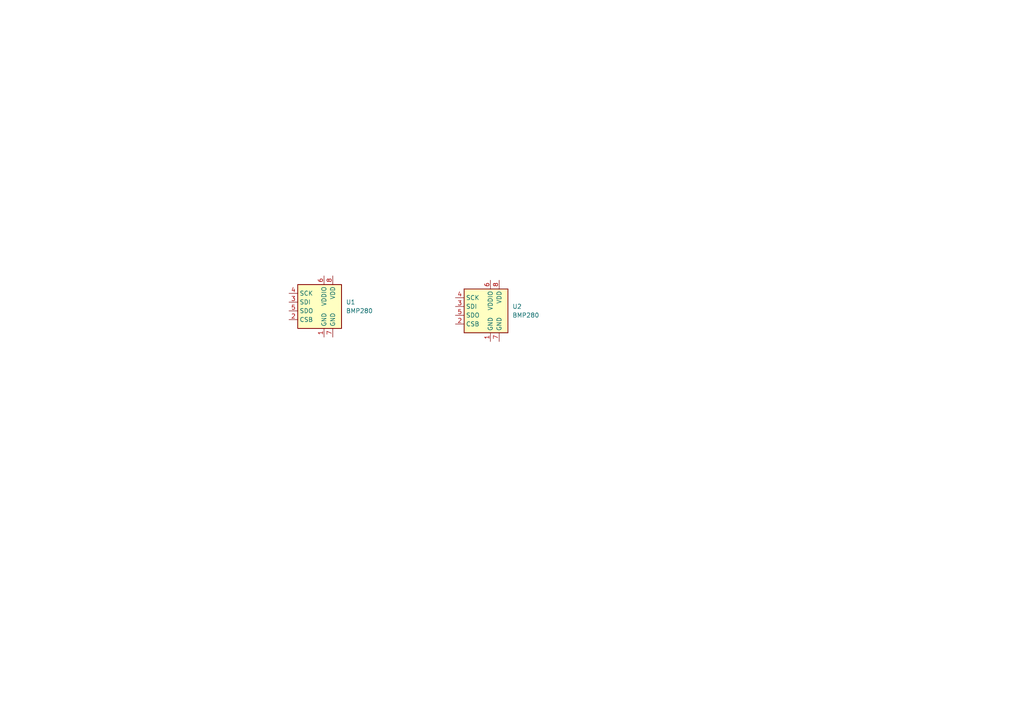
<source format=kicad_sch>
(kicad_sch (version 20250114) (generator "eeschema") (generator_version "9.0")
  (paper "A4")
  (lib_symbols
    (symbol "Sensor_Pressure:BMP280"
      (property "Reference" "U" (at -7.62 10.16 0))
      (property "Value" "BMP280" (at 5.08 10.16 0))
      (symbol "BMP280_0_1"
        (rectangle (start -7.62 -5.08) (end 5.08 7.62) (stroke (width 0.254)) (fill (type background)))
      )
      (symbol "BMP280_1_1"
        (pin input line (at -10.16 5.08 0) (length 2.54) (name "SCK") (number "4"))
        (pin bidirectional line (at -10.16 2.54 0) (length 2.54) (name "SDI") (number "3"))
        (pin bidirectional line (at -10.16 0 0) (length 2.54) (name "SDO") (number "5"))
        (pin input line (at -10.16 -2.54 0) (length 2.54) (name "CSB") (number "2"))
        (pin power_in line (at 0 10.16 270) (length 2.54) (name "VDDIO") (number "6"))
        (pin power_in line (at 0 -7.62 90) (length 2.54) (name "GND") (number "1"))
        (pin power_in line (at 2.54 10.16 270) (length 2.54) (name "VDD") (number "8"))
        (pin power_in line (at 2.54 -7.62 90) (length 2.54) (name "GND") (number "7"))
      )
    )
  )
  (symbol (lib_id "Sensor_Pressure:BMP280") (at 142.24 91.44 0) (unit 1)
    (property "Reference" "U2" (at 148.59 88.8999 0) (effects (justify left)))
    (property "Value" "BMP280" (at 148.59 91.4399 0) (effects (justify left)))
    (property "Footprint" "Package_LGA:Bosch_LGA-8_2x2.5mm_P0.65mm_ClockwisePinNumbering" (effects (hide yes)))
    (property "Datasheet" "https://ae-bst.resource.bosch.com/media/_tech/media/datasheets/BST-BMP280-DS001.pdf" (effects (hide yes)))
    (property "Description" "Absolute Barometric Pressure Sensor, LGA-8" (effects (hide yes)))
  )
  (symbol (lib_id "Sensor_Pressure:BMP280") (at 93.98 90.17 0) (unit 1)
    (property "Reference" "U1" (at 100.33 87.6299 0) (effects (justify left)))
    (property "Value" "BMP280" (at 100.33 90.1699 0) (effects (justify left)))
    (property "Footprint" "Package_LGA:Bosch_LGA-8_2x2.5mm_P0.65mm_ClockwisePinNumbering" (effects (hide yes)))
    (property "Datasheet" "https://ae-bst.resource.bosch.com/media/_tech/media/datasheets/BST-BMP280-DS001.pdf" (effects (hide yes)))
    (property "Description" "Absolute Barometric Pressure Sensor, LGA-8" (effects (hide yes)))
  )
)
</source>
